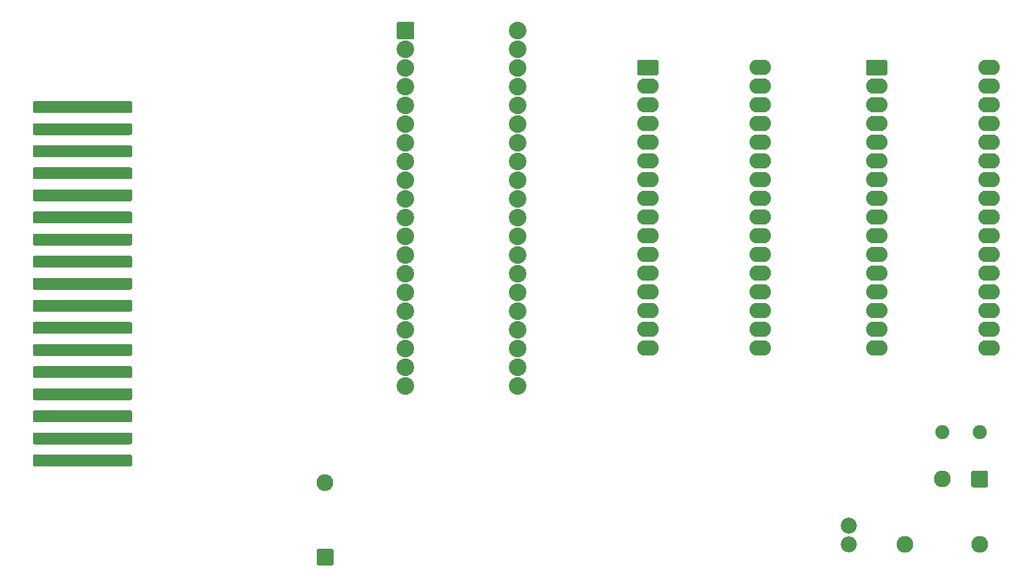
<source format=gbs>
G04 #@! TF.GenerationSoftware,KiCad,Pcbnew,5.1.10*
G04 #@! TF.CreationDate,2021-08-31T10:28:22-07:00*
G04 #@! TF.ProjectId,rx5cart,72783563-6172-4742-9e6b-696361645f70,1*
G04 #@! TF.SameCoordinates,Original*
G04 #@! TF.FileFunction,Soldermask,Bot*
G04 #@! TF.FilePolarity,Negative*
%FSLAX46Y46*%
G04 Gerber Fmt 4.6, Leading zero omitted, Abs format (unit mm)*
G04 Created by KiCad (PCBNEW 5.1.10) date 2021-08-31 10:28:22*
%MOMM*%
%LPD*%
G01*
G04 APERTURE LIST*
%ADD10C,2.184400*%
%ADD11O,2.908000X2.108000*%
%ADD12C,2.387600*%
%ADD13C,2.286000*%
%ADD14C,1.905000*%
G04 APERTURE END LIST*
D10*
X143510000Y-119380000D03*
X143510000Y-116840000D03*
D11*
X162560000Y-54626600D03*
X147320000Y-92726600D03*
X162560000Y-57166600D03*
X147320000Y-90186600D03*
X162560000Y-59706600D03*
X147320000Y-87646600D03*
X162560000Y-62246600D03*
X147320000Y-85106600D03*
X162560000Y-64786600D03*
X147320000Y-82566600D03*
X162560000Y-67326600D03*
X147320000Y-80026600D03*
X162560000Y-69866600D03*
X147320000Y-77486600D03*
X162560000Y-72406600D03*
X147320000Y-74946600D03*
X162560000Y-74946600D03*
X147320000Y-72406600D03*
X162560000Y-77486600D03*
X147320000Y-69866600D03*
X162560000Y-80026600D03*
X147320000Y-67326600D03*
X162560000Y-82566600D03*
X147320000Y-64786600D03*
X162560000Y-85106600D03*
X147320000Y-62246600D03*
X162560000Y-87646600D03*
X147320000Y-59706600D03*
X162560000Y-90186600D03*
X147320000Y-57166600D03*
X162560000Y-92726600D03*
G36*
G01*
X145866000Y-55426600D02*
X145866000Y-53826600D01*
G75*
G02*
X146120000Y-53572600I254000J0D01*
G01*
X148520000Y-53572600D01*
G75*
G02*
X148774000Y-53826600I0J-254000D01*
G01*
X148774000Y-55426600D01*
G75*
G02*
X148520000Y-55680600I-254000J0D01*
G01*
X146120000Y-55680600D01*
G75*
G02*
X145866000Y-55426600I0J254000D01*
G01*
G37*
X131496001Y-54626600D03*
X116256001Y-92726600D03*
X131496001Y-57166600D03*
X116256001Y-90186600D03*
X131496001Y-59706600D03*
X116256001Y-87646600D03*
X131496001Y-62246600D03*
X116256001Y-85106600D03*
X131496001Y-64786600D03*
X116256001Y-82566600D03*
X131496001Y-67326600D03*
X116256001Y-80026600D03*
X131496001Y-69866600D03*
X116256001Y-77486600D03*
X131496001Y-72406600D03*
X116256001Y-74946600D03*
X131496001Y-74946600D03*
X116256001Y-72406600D03*
X131496001Y-77486600D03*
X116256001Y-69866600D03*
X131496001Y-80026600D03*
X116256001Y-67326600D03*
X131496001Y-82566600D03*
X116256001Y-64786600D03*
X131496001Y-85106600D03*
X116256001Y-62246600D03*
X131496001Y-87646600D03*
X116256001Y-59706600D03*
X131496001Y-90186600D03*
X116256001Y-57166600D03*
X131496001Y-92726600D03*
G36*
G01*
X114802001Y-55426600D02*
X114802001Y-53826600D01*
G75*
G02*
X115056001Y-53572600I254000J0D01*
G01*
X117456001Y-53572600D01*
G75*
G02*
X117710001Y-53826600I0J-254000D01*
G01*
X117710001Y-55426600D01*
G75*
G02*
X117456001Y-55680600I-254000J0D01*
G01*
X115056001Y-55680600D01*
G75*
G02*
X114802001Y-55426600I0J254000D01*
G01*
G37*
G36*
G01*
X82425540Y-48399700D02*
X84305140Y-48399700D01*
G75*
G02*
X84559140Y-48653700I0J-254000D01*
G01*
X84559140Y-50533300D01*
G75*
G02*
X84305140Y-50787300I-254000J0D01*
G01*
X82425540Y-50787300D01*
G75*
G02*
X82171540Y-50533300I0J254000D01*
G01*
X82171540Y-48653700D01*
G75*
G02*
X82425540Y-48399700I254000J0D01*
G01*
G37*
D12*
X83365340Y-52133500D03*
X83365340Y-54673500D03*
X83365340Y-57213500D03*
X83365340Y-59753500D03*
X83365340Y-62293500D03*
X83365340Y-64833500D03*
X83365340Y-67373500D03*
X83365340Y-69913500D03*
X83365340Y-72453500D03*
X83365340Y-74993500D03*
X83365340Y-77533500D03*
X83365340Y-80073500D03*
X83365340Y-82613500D03*
X83365340Y-85153500D03*
X83365340Y-87693500D03*
X83365340Y-90233500D03*
X83365340Y-92773500D03*
X83365340Y-95313500D03*
X83365340Y-97853500D03*
X98605340Y-97853500D03*
X98605340Y-95313500D03*
X98605340Y-92773500D03*
X98605340Y-90233500D03*
X98605340Y-87693500D03*
X98605340Y-85153500D03*
X98605340Y-82613500D03*
X98605340Y-80073500D03*
X98605340Y-77533500D03*
X98605340Y-74993500D03*
X98605340Y-72453500D03*
X98605340Y-69913500D03*
X98605340Y-67373500D03*
X98605340Y-64833500D03*
X98605340Y-62293500D03*
X98605340Y-59753500D03*
X98605340Y-57213500D03*
X98605340Y-54673500D03*
X98605340Y-52133500D03*
X98605340Y-49593500D03*
D13*
X161290000Y-119380000D03*
X151130000Y-119380000D03*
G36*
G01*
X46009560Y-60773310D02*
X33009840Y-60773310D01*
G75*
G02*
X32755840Y-60519310I0J254000D01*
G01*
X32755840Y-59419490D01*
G75*
G02*
X33009840Y-59165490I254000J0D01*
G01*
X46009560Y-59165490D01*
G75*
G02*
X46263560Y-59419490I0J-254000D01*
G01*
X46263560Y-60519310D01*
G75*
G02*
X46009560Y-60773310I-254000J0D01*
G01*
G37*
G36*
G01*
X46009560Y-63773050D02*
X33009840Y-63773050D01*
G75*
G02*
X32755840Y-63519050I0J254000D01*
G01*
X32755840Y-62419230D01*
G75*
G02*
X33009840Y-62165230I254000J0D01*
G01*
X46009560Y-62165230D01*
G75*
G02*
X46263560Y-62419230I0J-254000D01*
G01*
X46263560Y-63519050D01*
G75*
G02*
X46009560Y-63773050I-254000J0D01*
G01*
G37*
G36*
G01*
X46009560Y-66775330D02*
X33009840Y-66775330D01*
G75*
G02*
X32755840Y-66521330I0J254000D01*
G01*
X32755840Y-65421510D01*
G75*
G02*
X33009840Y-65167510I254000J0D01*
G01*
X46009560Y-65167510D01*
G75*
G02*
X46263560Y-65421510I0J-254000D01*
G01*
X46263560Y-66521330D01*
G75*
G02*
X46009560Y-66775330I-254000J0D01*
G01*
G37*
G36*
G01*
X46009560Y-69775070D02*
X33009840Y-69775070D01*
G75*
G02*
X32755840Y-69521070I0J254000D01*
G01*
X32755840Y-68421250D01*
G75*
G02*
X33009840Y-68167250I254000J0D01*
G01*
X46009560Y-68167250D01*
G75*
G02*
X46263560Y-68421250I0J-254000D01*
G01*
X46263560Y-69521070D01*
G75*
G02*
X46009560Y-69775070I-254000J0D01*
G01*
G37*
G36*
G01*
X46009560Y-72774810D02*
X33009840Y-72774810D01*
G75*
G02*
X32755840Y-72520810I0J254000D01*
G01*
X32755840Y-71420990D01*
G75*
G02*
X33009840Y-71166990I254000J0D01*
G01*
X46009560Y-71166990D01*
G75*
G02*
X46263560Y-71420990I0J-254000D01*
G01*
X46263560Y-72520810D01*
G75*
G02*
X46009560Y-72774810I-254000J0D01*
G01*
G37*
G36*
G01*
X46009560Y-75774550D02*
X33009840Y-75774550D01*
G75*
G02*
X32755840Y-75520550I0J254000D01*
G01*
X32755840Y-74420730D01*
G75*
G02*
X33009840Y-74166730I254000J0D01*
G01*
X46009560Y-74166730D01*
G75*
G02*
X46263560Y-74420730I0J-254000D01*
G01*
X46263560Y-75520550D01*
G75*
G02*
X46009560Y-75774550I-254000J0D01*
G01*
G37*
G36*
G01*
X46009560Y-78774290D02*
X33009840Y-78774290D01*
G75*
G02*
X32755840Y-78520290I0J254000D01*
G01*
X32755840Y-77420470D01*
G75*
G02*
X33009840Y-77166470I254000J0D01*
G01*
X46009560Y-77166470D01*
G75*
G02*
X46263560Y-77420470I0J-254000D01*
G01*
X46263560Y-78520290D01*
G75*
G02*
X46009560Y-78774290I-254000J0D01*
G01*
G37*
G36*
G01*
X46009560Y-81774030D02*
X33009840Y-81774030D01*
G75*
G02*
X32755840Y-81520030I0J254000D01*
G01*
X32755840Y-80420210D01*
G75*
G02*
X33009840Y-80166210I254000J0D01*
G01*
X46009560Y-80166210D01*
G75*
G02*
X46263560Y-80420210I0J-254000D01*
G01*
X46263560Y-81520030D01*
G75*
G02*
X46009560Y-81774030I-254000J0D01*
G01*
G37*
G36*
G01*
X46009560Y-84773770D02*
X33009840Y-84773770D01*
G75*
G02*
X32755840Y-84519770I0J254000D01*
G01*
X32755840Y-83419950D01*
G75*
G02*
X33009840Y-83165950I254000J0D01*
G01*
X46009560Y-83165950D01*
G75*
G02*
X46263560Y-83419950I0J-254000D01*
G01*
X46263560Y-84519770D01*
G75*
G02*
X46009560Y-84773770I-254000J0D01*
G01*
G37*
G36*
G01*
X46009560Y-87773510D02*
X33009840Y-87773510D01*
G75*
G02*
X32755840Y-87519510I0J254000D01*
G01*
X32755840Y-86419690D01*
G75*
G02*
X33009840Y-86165690I254000J0D01*
G01*
X46009560Y-86165690D01*
G75*
G02*
X46263560Y-86419690I0J-254000D01*
G01*
X46263560Y-87519510D01*
G75*
G02*
X46009560Y-87773510I-254000J0D01*
G01*
G37*
G36*
G01*
X46009560Y-90773250D02*
X33009840Y-90773250D01*
G75*
G02*
X32755840Y-90519250I0J254000D01*
G01*
X32755840Y-89419430D01*
G75*
G02*
X33009840Y-89165430I254000J0D01*
G01*
X46009560Y-89165430D01*
G75*
G02*
X46263560Y-89419430I0J-254000D01*
G01*
X46263560Y-90519250D01*
G75*
G02*
X46009560Y-90773250I-254000J0D01*
G01*
G37*
G36*
G01*
X46009560Y-93772990D02*
X33009840Y-93772990D01*
G75*
G02*
X32755840Y-93518990I0J254000D01*
G01*
X32755840Y-92419170D01*
G75*
G02*
X33009840Y-92165170I254000J0D01*
G01*
X46009560Y-92165170D01*
G75*
G02*
X46263560Y-92419170I0J-254000D01*
G01*
X46263560Y-93518990D01*
G75*
G02*
X46009560Y-93772990I-254000J0D01*
G01*
G37*
G36*
G01*
X46009560Y-96775270D02*
X33009840Y-96775270D01*
G75*
G02*
X32755840Y-96521270I0J254000D01*
G01*
X32755840Y-95421450D01*
G75*
G02*
X33009840Y-95167450I254000J0D01*
G01*
X46009560Y-95167450D01*
G75*
G02*
X46263560Y-95421450I0J-254000D01*
G01*
X46263560Y-96521270D01*
G75*
G02*
X46009560Y-96775270I-254000J0D01*
G01*
G37*
G36*
G01*
X46009560Y-99775010D02*
X33009840Y-99775010D01*
G75*
G02*
X32755840Y-99521010I0J254000D01*
G01*
X32755840Y-98421190D01*
G75*
G02*
X33009840Y-98167190I254000J0D01*
G01*
X46009560Y-98167190D01*
G75*
G02*
X46263560Y-98421190I0J-254000D01*
G01*
X46263560Y-99521010D01*
G75*
G02*
X46009560Y-99775010I-254000J0D01*
G01*
G37*
G36*
G01*
X46009560Y-102774750D02*
X33009840Y-102774750D01*
G75*
G02*
X32755840Y-102520750I0J254000D01*
G01*
X32755840Y-101420930D01*
G75*
G02*
X33009840Y-101166930I254000J0D01*
G01*
X46009560Y-101166930D01*
G75*
G02*
X46263560Y-101420930I0J-254000D01*
G01*
X46263560Y-102520750D01*
G75*
G02*
X46009560Y-102774750I-254000J0D01*
G01*
G37*
G36*
G01*
X46009560Y-105774490D02*
X33009840Y-105774490D01*
G75*
G02*
X32755840Y-105520490I0J254000D01*
G01*
X32755840Y-104420670D01*
G75*
G02*
X33009840Y-104166670I254000J0D01*
G01*
X46009560Y-104166670D01*
G75*
G02*
X46263560Y-104420670I0J-254000D01*
G01*
X46263560Y-105520490D01*
G75*
G02*
X46009560Y-105774490I-254000J0D01*
G01*
G37*
G36*
G01*
X46009560Y-108774230D02*
X33009840Y-108774230D01*
G75*
G02*
X32755840Y-108520230I0J254000D01*
G01*
X32755840Y-107420410D01*
G75*
G02*
X33009840Y-107166410I254000J0D01*
G01*
X46009560Y-107166410D01*
G75*
G02*
X46263560Y-107420410I0J-254000D01*
G01*
X46263560Y-108520230D01*
G75*
G02*
X46009560Y-108774230I-254000J0D01*
G01*
G37*
X72443340Y-110934500D03*
G36*
G01*
X71554340Y-119951500D02*
X73332340Y-119951500D01*
G75*
G02*
X73586340Y-120205500I0J-254000D01*
G01*
X73586340Y-121983500D01*
G75*
G02*
X73332340Y-122237500I-254000J0D01*
G01*
X71554340Y-122237500D01*
G75*
G02*
X71300340Y-121983500I0J254000D01*
G01*
X71300340Y-120205500D01*
G75*
G02*
X71554340Y-119951500I254000J0D01*
G01*
G37*
D14*
X161290000Y-104140000D03*
X156210000Y-104140000D03*
G36*
G01*
X162433000Y-109601000D02*
X162433000Y-111379000D01*
G75*
G02*
X162179000Y-111633000I-254000J0D01*
G01*
X160401000Y-111633000D01*
G75*
G02*
X160147000Y-111379000I0J254000D01*
G01*
X160147000Y-109601000D01*
G75*
G02*
X160401000Y-109347000I254000J0D01*
G01*
X162179000Y-109347000D01*
G75*
G02*
X162433000Y-109601000I0J-254000D01*
G01*
G37*
D13*
X156210000Y-110490000D03*
M02*

</source>
